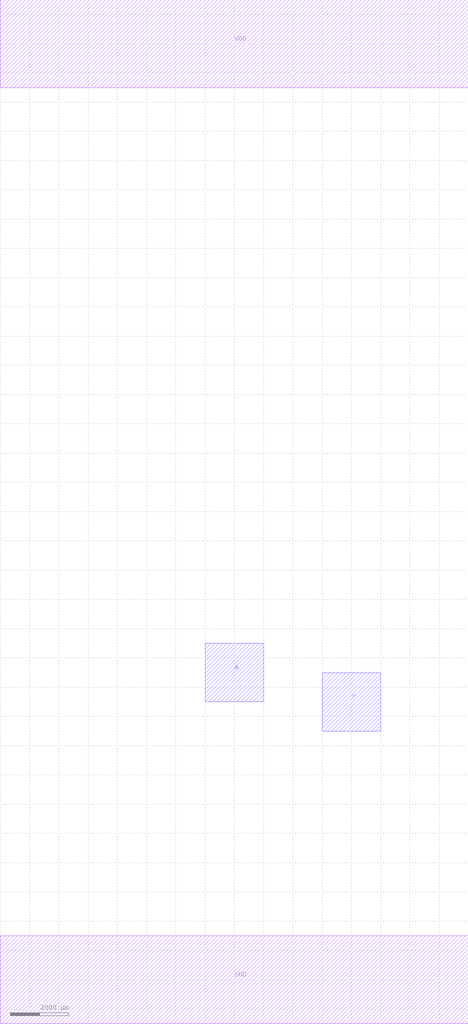
<source format=lef>
MACRO INV
 CLASS CORE ;
 ORIGIN 0 0 ;
 FOREIGN INV 0 0 ;
 SITE CORE ;
 SYMMETRY X Y R90 ;
  PIN VDD
   DIRECTION INOUT ;
   USE SIGNAL ;
   SHAPE ABUTMENT ;
    PORT
     CLASS CORE ;
       LAYER metal1 ;
        RECT 0.00000000 30500.00000000 16000.00000000 33500.00000000 ;
    END
  END VDD

  PIN GND
   DIRECTION INOUT ;
   USE SIGNAL ;
   SHAPE ABUTMENT ;
    PORT
     CLASS CORE ;
       LAYER metal1 ;
        RECT 0.00000000 -1500.00000000 16000.00000000 1500.00000000 ;
    END
  END GND

  PIN A
   DIRECTION INOUT ;
   USE SIGNAL ;
   SHAPE ABUTMENT ;
    PORT
     CLASS CORE ;
       LAYER metal2 ;
        RECT 7000.00000000 9500.00000000 9000.00000000 11500.00000000 ;
    END
  END A

  PIN Y
   DIRECTION INOUT ;
   USE SIGNAL ;
   SHAPE ABUTMENT ;
    PORT
     CLASS CORE ;
       LAYER metal2 ;
        RECT 11000.00000000 8500.00000000 13000.00000000 10500.00000000 ;
    END
  END Y


END INV

</source>
